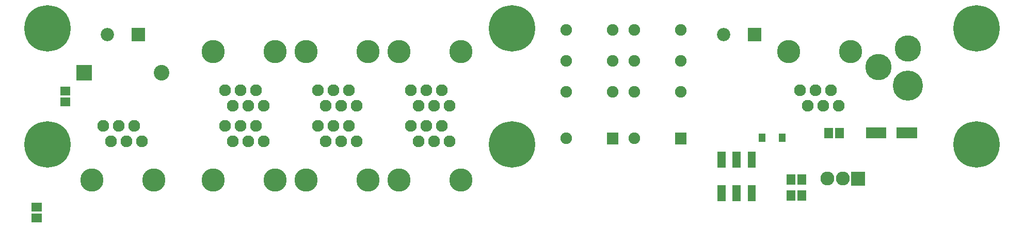
<source format=gbr>
G04 start of page 6 for group -4063 idx -4063 *
G04 Title: (unknown), componentmask *
G04 Creator: pcb 20140316 *
G04 CreationDate: Thu 29 Nov 2018 09:53:53 PM GMT UTC *
G04 For: railfan *
G04 Format: Gerber/RS-274X *
G04 PCB-Dimensions (mil): 6340.00 1470.00 *
G04 PCB-Coordinate-Origin: lower left *
%MOIN*%
%FSLAX25Y25*%
%LNTOPMASK*%
%ADD85R,0.0420X0.0420*%
%ADD84R,0.0520X0.0520*%
%ADD83R,0.0572X0.0572*%
%ADD82R,0.0690X0.0690*%
%ADD81C,0.0750*%
%ADD80C,0.0900*%
%ADD79C,0.1700*%
%ADD78C,0.1950*%
%ADD77C,0.1010*%
%ADD76C,0.1500*%
%ADD75C,0.0760*%
%ADD74C,0.2997*%
%ADD73C,0.0860*%
%ADD72C,0.0001*%
G54D72*G36*
X71200Y130300D02*Y121700D01*
X79800D01*
Y130300D01*
X71200D01*
G37*
G54D73*X55500Y126000D03*
G54D74*X17000Y130000D03*
G54D75*X53000Y67000D03*
X58000Y57000D03*
X63000Y67000D03*
X68000Y57000D03*
X73000Y67000D03*
G54D74*X17000Y55000D03*
G54D76*X45500Y32000D03*
G54D72*G36*
X35450Y106550D02*Y96450D01*
X45550D01*
Y106550D01*
X35450D01*
G37*
G54D75*X78000Y57000D03*
G54D77*X90500Y101500D03*
G54D76*X85500Y32000D03*
X124000D03*
X164000D03*
X184000D03*
G54D75*X131500Y67000D03*
X136500Y57000D03*
X141500Y67000D03*
X146500Y57000D03*
X151500Y67000D03*
X156500Y57000D03*
Y80000D03*
X146500D03*
X141500Y90000D03*
X136500Y80000D03*
X131500Y90000D03*
G54D76*X124000Y115000D03*
G54D75*X151500Y90000D03*
G54D76*X164000Y115000D03*
X184000D03*
G54D75*X216500Y80000D03*
X211500Y90000D03*
G54D76*X224000Y115000D03*
G54D75*X206500Y80000D03*
X201500Y90000D03*
X196500Y80000D03*
X191500Y90000D03*
Y67000D03*
X196500Y57000D03*
X201500Y67000D03*
X206500Y57000D03*
X216500D03*
G54D76*X224000Y32000D03*
G54D75*X211500Y67000D03*
G54D74*X617000Y130000D03*
Y55000D03*
G54D78*X572500Y93000D03*
G54D79*Y117000D03*
X553500Y105000D03*
G54D76*X535500Y115000D03*
G54D80*X520500Y33000D03*
X530500D03*
G54D72*G36*
X536000Y37500D02*Y28500D01*
X545000D01*
Y37500D01*
X536000D01*
G37*
G54D75*X528000Y80000D03*
X523000Y90000D03*
X513000D03*
X503000D03*
G54D81*X426000Y89000D03*
G54D75*X518000Y80000D03*
X508000D03*
G54D72*G36*
X422250Y62750D02*Y55250D01*
X429750D01*
Y62750D01*
X422250D01*
G37*
G54D76*X495500Y115000D03*
G54D72*G36*
X469200Y130300D02*Y121700D01*
X477800D01*
Y130300D01*
X469200D01*
G37*
G54D73*X453500Y126000D03*
G54D81*X426000Y109000D03*
Y129000D03*
X396000D03*
Y109000D03*
X382000D03*
Y129000D03*
X396000Y89000D03*
Y59000D03*
G54D72*G36*
X378250Y62750D02*Y55250D01*
X385750D01*
Y62750D01*
X378250D01*
G37*
G54D81*X382000Y89000D03*
X352000Y109000D03*
Y129000D03*
G54D74*X317000Y130000D03*
G54D76*X284000Y115000D03*
G54D81*X352000Y89000D03*
Y59000D03*
G54D74*X317000Y55000D03*
G54D75*X276500Y80000D03*
X271500Y90000D03*
X266500Y80000D03*
X261500Y90000D03*
X256500Y80000D03*
X251500Y90000D03*
G54D76*X244000Y115000D03*
Y32000D03*
G54D75*X251500Y67000D03*
X261500D03*
X271500D03*
X256500Y57000D03*
X266500D03*
X276500D03*
G54D76*X284000Y32000D03*
G54D82*X568693Y62500D02*X574992D01*
X549008D02*X555307D01*
G54D83*X521457Y62893D02*Y62107D01*
X528543Y62893D02*Y62107D01*
X496957Y32893D02*Y32107D01*
X504043Y32893D02*Y32107D01*
Y22393D02*Y21607D01*
X496957Y22393D02*Y21607D01*
G54D84*X452200Y47900D02*Y42750D01*
X462000Y47900D02*Y42750D01*
X471800Y47900D02*Y42750D01*
G54D85*X478500Y60100D02*Y58900D01*
X491400Y60100D02*Y58900D01*
G54D84*X452200Y26250D02*Y21100D01*
X462000Y26250D02*Y21100D01*
X471800Y26250D02*Y21100D01*
G54D83*X9607Y7457D02*X10393D01*
X9607Y14543D02*X10393D01*
X28107Y82457D02*X28893D01*
X28107Y89543D02*X28893D01*
M02*

</source>
